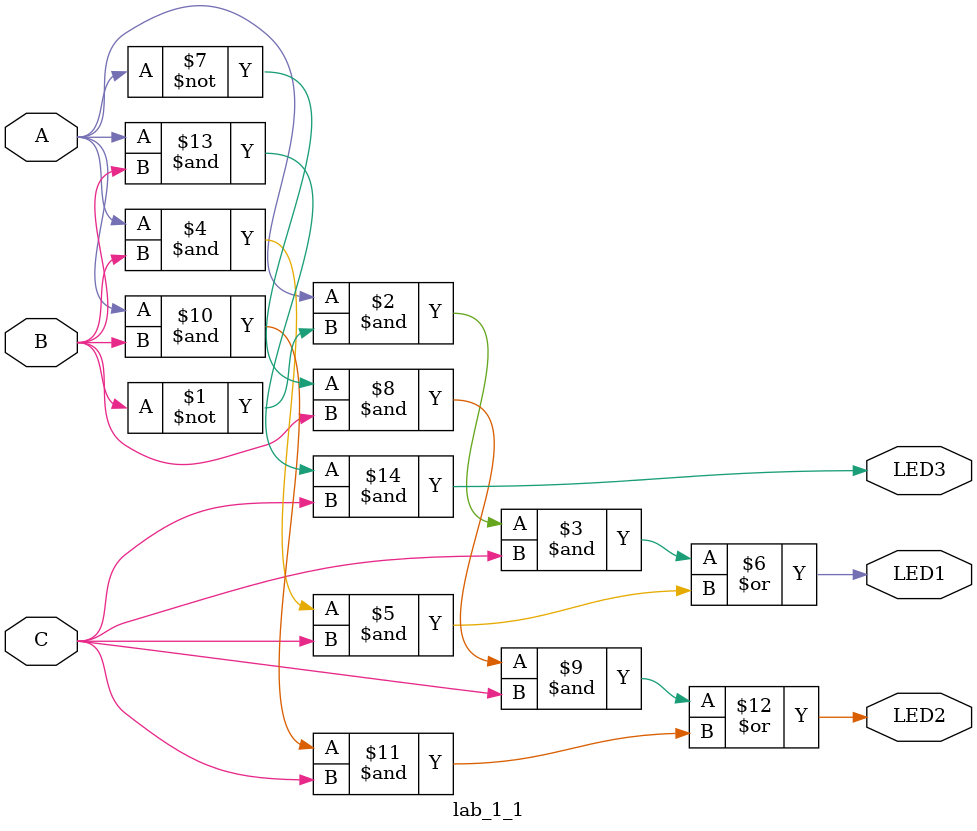
<source format=v>
`timescale 1ns / 1ps


module lab_1_1(
    input A,
    input B,
    input C,
    output LED1,
    output LED2,
    output LED3
    );
    
    assign LED1 = A&~B&C | A&B&C;
    assign LED2 = ~A&B&C | A&B&C;
    assign LED3 = A&B&C;
endmodule

</source>
